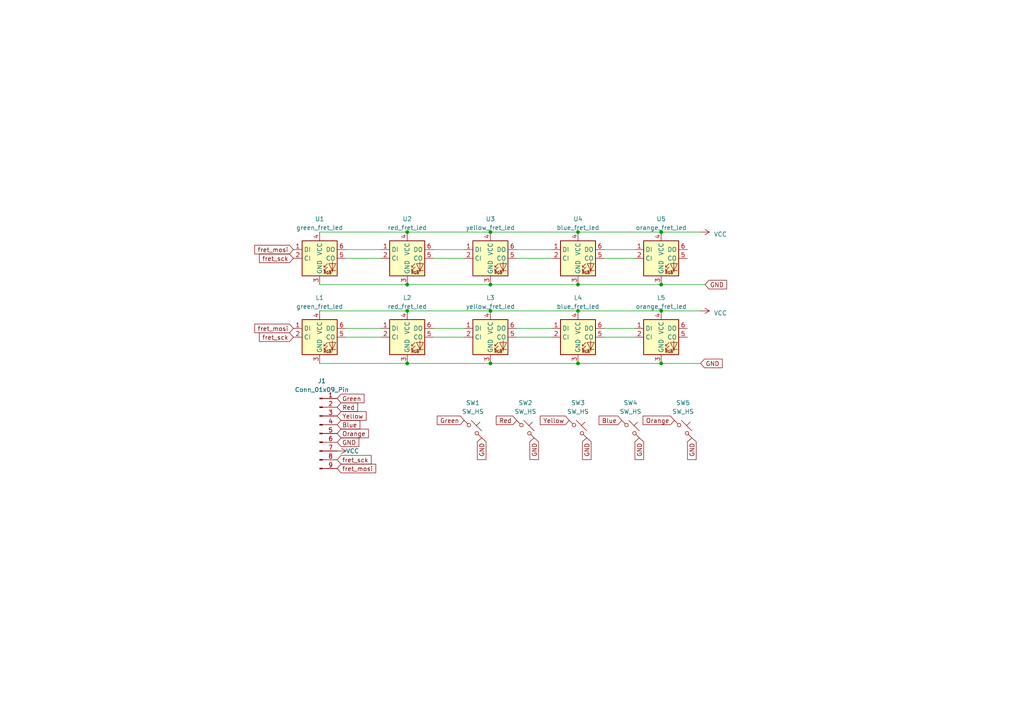
<source format=kicad_sch>
(kicad_sch (version 20230121) (generator eeschema)
  (paper "A4")
  (lib_symbols
    (symbol "Connector:Conn_01x09_Pin" (pin_names (offset 1.016) hide)
      (property "Reference" "J" (at 0 12.7 0))
      (property "Value" "Conn_01x09_Pin" (at 0 -12.7 0))
      (symbol "Conn_01x09_Pin_1_1"
        (polyline (pts (xy 1.27 -10.16) (xy 0.8636 -10.16)) (stroke (width 0.1524)))
        (polyline (pts (xy 1.27 -7.62) (xy 0.8636 -7.62)) (stroke (width 0.1524)))
        (polyline (pts (xy 1.27 -5.08) (xy 0.8636 -5.08)) (stroke (width 0.1524)))
        (polyline (pts (xy 1.27 -2.54) (xy 0.8636 -2.54)) (stroke (width 0.1524)))
        (polyline (pts (xy 1.27 0) (xy 0.8636 0)) (stroke (width 0.1524)))
        (polyline (pts (xy 1.27 2.54) (xy 0.8636 2.54)) (stroke (width 0.1524)))
        (polyline (pts (xy 1.27 5.08) (xy 0.8636 5.08)) (stroke (width 0.1524)))
        (polyline (pts (xy 1.27 7.62) (xy 0.8636 7.62)) (stroke (width 0.1524)))
        (polyline (pts (xy 1.27 10.16) (xy 0.8636 10.16)) (stroke (width 0.1524)))
        (rectangle (start 0.8636 -10.033) (end 0 -10.287) (stroke (width 0.1524)) (fill (type outline)))
        (rectangle (start 0.8636 -7.493) (end 0 -7.747) (stroke (width 0.1524)) (fill (type outline)))
        (rectangle (start 0.8636 -4.953) (end 0 -5.207) (stroke (width 0.1524)) (fill (type outline)))
        (rectangle (start 0.8636 -2.413) (end 0 -2.667) (stroke (width 0.1524)) (fill (type outline)))
        (rectangle (start 0.8636 0.127) (end 0 -0.127) (stroke (width 0.1524)) (fill (type outline)))
        (rectangle (start 0.8636 2.667) (end 0 2.413) (stroke (width 0.1524)) (fill (type outline)))
        (rectangle (start 0.8636 5.207) (end 0 4.953) (stroke (width 0.1524)) (fill (type outline)))
        (rectangle (start 0.8636 7.747) (end 0 7.493) (stroke (width 0.1524)) (fill (type outline)))
        (rectangle (start 0.8636 10.287) (end 0 10.033) (stroke (width 0.1524)) (fill (type outline)))
        (pin passive line (at 5.08 10.16 180) (length 3.81) (name "Pin_1") (number "1"))
        (pin passive line (at 5.08 7.62 180) (length 3.81) (name "Pin_2") (number "2"))
        (pin passive line (at 5.08 5.08 180) (length 3.81) (name "Pin_3") (number "3"))
        (pin passive line (at 5.08 2.54 180) (length 3.81) (name "Pin_4") (number "4"))
        (pin passive line (at 5.08 0 180) (length 3.81) (name "Pin_5") (number "5"))
        (pin passive line (at 5.08 -2.54 180) (length 3.81) (name "Pin_6") (number "6"))
        (pin passive line (at 5.08 -5.08 180) (length 3.81) (name "Pin_7") (number "7"))
        (pin passive line (at 5.08 -7.62 180) (length 3.81) (name "Pin_8") (number "8"))
        (pin passive line (at 5.08 -10.16 180) (length 3.81) (name "Pin_9") (number "9"))
      )
    )
    (symbol "LED:APA102"
      (property "Reference" "D" (at 5.08 5.715 0))
      (property "Value" "APA102" (at 1.27 -5.715 0))
      (symbol "APA102_0_0"
        (text "RGB" (at 2.286 -4.191 0) (effects (font (size 0.762 0.762))))
      )
      (symbol "APA102_0_1"
        (polyline (pts (xy 1.27 -3.556) (xy 1.778 -3.556)))
        (polyline (pts (xy 1.27 -2.54) (xy 1.778 -2.54)))
        (polyline (pts (xy 4.699 -3.556) (xy 2.667 -3.556)))
        (polyline (pts (xy 2.286 -2.54) (xy 1.27 -3.556) (xy 1.27 -3.048)))
        (polyline (pts (xy 2.286 -1.524) (xy 1.27 -2.54) (xy 1.27 -2.032)))
        (polyline (pts (xy 3.683 -1.016) (xy 3.683 -3.556) (xy 3.683 -4.064)))
        (polyline (pts (xy 4.699 -1.524) (xy 2.667 -1.524) (xy 3.683 -3.556) (xy 4.699 -1.524)))
        (rectangle (start 5.08 5.08) (end -5.08 -5.08) (stroke (width 0.254)) (fill (type background)))
      )
      (symbol "APA102_1_1"
        (pin input line (at -7.62 2.54 0) (length 2.54) (name "DI") (number "1"))
        (pin input line (at -7.62 0 0) (length 2.54) (name "CI") (number "2"))
        (pin power_in line (at 0 -7.62 90) (length 2.54) (name "GND") (number "3"))
        (pin power_in line (at 0 7.62 270) (length 2.54) (name "VCC") (number "4"))
        (pin output line (at 7.62 0 180) (length 2.54) (name "CO") (number "5"))
        (pin output line (at 7.62 2.54 180) (length 2.54) (name "DO") (number "6"))
      )
    )
    (symbol "marbastlib-mx:MX_SW_HS" (pin_numbers hide) (pin_names (offset 1.016) hide)
      (property "Reference" "SW" (at 3.048 1.016 0))
      (property "Value" "MX_SW_HS" (at 0 -3.81 0))
      (symbol "MX_SW_HS_0_1"
        (circle (center -1.1684 1.1684) (radius 0.508))
        (polyline (pts (xy -0.508 2.54) (xy 2.54 -0.508)))
        (polyline (pts (xy 1.016 1.016) (xy 2.032 2.032)))
        (polyline (pts (xy -2.54 2.54) (xy -1.524 1.524) (xy -1.524 1.524)))
        (polyline (pts (xy 1.524 -1.524) (xy 2.54 -2.54) (xy 2.54 -2.54) (xy 2.54 -2.54)))
        (circle (center 1.143 -1.1938) (radius 0.508))
        (pin passive line (at -2.54 2.54 0) (length 0) (name "1") (number "1"))
        (pin passive line (at 2.54 -2.54 180) (length 0) (name "2") (number "2"))
      )
    )
    (symbol "power:VCC" (power) (pin_names (offset 0))
      (property "Value" "VCC" (at 0 3.81 0))
      (symbol "VCC_0_1"
        (polyline (pts (xy -0.762 1.27) (xy 0 2.54)))
        (polyline (pts (xy 0 0) (xy 0 2.54)))
        (polyline (pts (xy 0 2.54) (xy 0.762 1.27)))
      )
      (symbol "VCC_1_1"
        (pin power_in line (at 0 0 90) (length 0) hide (name "VCC") (number "1"))
      )
    )
  )
  (junction (at 167.64 90.17))
  (junction (at 118.11 82.55))
  (junction (at 142.24 90.17))
  (junction (at 191.77 90.17))
  (junction (at 191.77 82.55))
  (junction (at 167.64 67.31))
  (junction (at 142.24 105.41))
  (junction (at 191.77 105.41))
  (junction (at 167.64 105.41))
  (junction (at 118.11 105.41))
  (junction (at 142.24 82.55))
  (junction (at 167.64 82.55))
  (junction (at 118.11 90.17))
  (junction (at 142.24 67.31))
  (junction (at 118.11 67.31))
  (junction (at 191.77 67.31))
  (wire (pts (xy 167.64 105.41) (xy 191.77 105.41)))
  (wire (pts (xy 149.86 97.79) (xy 160.02 97.79)))
  (wire (pts (xy 125.73 97.79) (xy 134.62 97.79)))
  (wire (pts (xy 100.33 97.79) (xy 110.49 97.79)))
  (wire (pts (xy 92.71 105.41) (xy 118.11 105.41)))
  (wire (pts (xy 191.77 90.17) (xy 203.2 90.17)))
  (wire (pts (xy 175.26 97.79) (xy 184.15 97.79)))
  (wire (pts (xy 191.77 105.41) (xy 203.2 105.41)))
  (wire (pts (xy 92.71 67.31) (xy 118.11 67.31)))
  (wire (pts (xy 149.86 95.25) (xy 160.02 95.25)))
  (wire (pts (xy 175.26 72.39) (xy 184.15 72.39)))
  (wire (pts (xy 191.77 82.55) (xy 204.47 82.55)))
  (wire (pts (xy 118.11 67.31) (xy 142.24 67.31)))
  (wire (pts (xy 125.73 74.93) (xy 134.62 74.93)))
  (wire (pts (xy 142.24 67.31) (xy 167.64 67.31)))
  (wire (pts (xy 175.26 74.93) (xy 184.15 74.93)))
  (wire (pts (xy 100.33 72.39) (xy 110.49 72.39)))
  (wire (pts (xy 167.64 82.55) (xy 191.77 82.55)))
  (wire (pts (xy 92.71 82.55) (xy 118.11 82.55)))
  (wire (pts (xy 118.11 82.55) (xy 142.24 82.55)))
  (wire (pts (xy 149.86 74.93) (xy 160.02 74.93)))
  (wire (pts (xy 191.77 67.31) (xy 203.2 67.31)))
  (wire (pts (xy 142.24 82.55) (xy 167.64 82.55)))
  (wire (pts (xy 92.71 90.17) (xy 118.11 90.17)))
  (wire (pts (xy 175.26 95.25) (xy 184.15 95.25)))
  (wire (pts (xy 149.86 72.39) (xy 160.02 72.39)))
  (wire (pts (xy 167.64 67.31) (xy 191.77 67.31)))
  (wire (pts (xy 142.24 90.17) (xy 167.64 90.17)))
  (wire (pts (xy 167.64 90.17) (xy 191.77 90.17)))
  (wire (pts (xy 100.33 95.25) (xy 110.49 95.25)))
  (wire (pts (xy 142.24 105.41) (xy 167.64 105.41)))
  (wire (pts (xy 125.73 72.39) (xy 134.62 72.39)))
  (wire (pts (xy 118.11 90.17) (xy 142.24 90.17)))
  (wire (pts (xy 125.73 95.25) (xy 134.62 95.25)))
  (wire (pts (xy 100.33 74.93) (xy 110.49 74.93)))
  (wire (pts (xy 118.11 105.41) (xy 142.24 105.41)))
  (global_label "GND" (shape input) (at 185.42 127 270) (property "Intersheetrefs" "${INTERSHEET_REFS}" (effects hide)))
  (global_label "fret_sck" (shape input) (at 97.79 133.35 0) (property "Intersheetrefs" "${INTERSHEET_REFS}" (effects hide)))
  (global_label "fret_sck" (shape input) (at 85.09 74.93 180) (property "Intersheetrefs" "${INTERSHEET_REFS}" (effects hide)))
  (global_label "Red" (shape input) (at 97.79 118.11 0) (property "Intersheetrefs" "${INTERSHEET_REFS}" (effects hide)))
  (global_label "fret_mosi" (shape input) (at 85.09 95.25 180) (property "Intersheetrefs" "${INTERSHEET_REFS}" (effects hide)))
  (global_label "fret_sck" (shape input) (at 85.09 97.79 180) (property "Intersheetrefs" "${INTERSHEET_REFS}" (effects hide)))
  (global_label "GND" (shape input) (at 203.2 105.41 0) (property "Intersheetrefs" "${INTERSHEET_REFS}" (effects hide)))
  (global_label "Yellow" (shape input) (at 165.1 121.92 180) (property "Intersheetrefs" "${INTERSHEET_REFS}" (effects hide)))
  (global_label "GND" (shape input) (at 170.18 127 270) (property "Intersheetrefs" "${INTERSHEET_REFS}" (effects hide)))
  (global_label "Yellow" (shape input) (at 97.79 120.65 0) (property "Intersheetrefs" "${INTERSHEET_REFS}" (effects hide)))
  (global_label "GND" (shape input) (at 200.66 127 270) (property "Intersheetrefs" "${INTERSHEET_REFS}" (effects hide)))
  (global_label "Orange" (shape input) (at 97.79 125.73 0) (property "Intersheetrefs" "${INTERSHEET_REFS}" (effects hide)))
  (global_label "Red" (shape input) (at 149.86 121.92 180) (property "Intersheetrefs" "${INTERSHEET_REFS}" (effects hide)))
  (global_label "fret_mosi" (shape input) (at 97.79 135.89 0) (property "Intersheetrefs" "${INTERSHEET_REFS}" (effects hide)))
  (global_label "Blue" (shape input) (at 180.34 121.92 180) (property "Intersheetrefs" "${INTERSHEET_REFS}" (effects hide)))
  (global_label "GND" (shape input) (at 204.47 82.55 0) (property "Intersheetrefs" "${INTERSHEET_REFS}" (effects hide)))
  (global_label "Orange" (shape input) (at 195.58 121.92 180) (property "Intersheetrefs" "${INTERSHEET_REFS}" (effects hide)))
  (global_label "Green" (shape input) (at 134.62 121.92 180) (property "Intersheetrefs" "${INTERSHEET_REFS}" (effects hide)))
  (global_label "Blue" (shape input) (at 97.79 123.19 0) (property "Intersheetrefs" "${INTERSHEET_REFS}" (effects hide)))
  (global_label "GND" (shape input) (at 154.94 127 270) (property "Intersheetrefs" "${INTERSHEET_REFS}" (effects hide)))
  (global_label "fret_mosi" (shape input) (at 85.09 72.39 180) (property "Intersheetrefs" "${INTERSHEET_REFS}" (effects hide)))
  (global_label "Green" (shape input) (at 97.79 115.57 0) (property "Intersheetrefs" "${INTERSHEET_REFS}" (effects hide)))
  (global_label "GND" (shape input) (at 139.7 127 270) (property "Intersheetrefs" "${INTERSHEET_REFS}" (effects hide)))
  (global_label "GND" (shape input) (at 97.79 128.27 0) (property "Intersheetrefs" "${INTERSHEET_REFS}" (effects hide)))
  (symbol (lib_id "marbastlib-mx:MX_SW_HS") (at 152.4 124.46 0) (unit 1)
    (property "Reference" "SW2" (at 152.4 116.84 0))
    (property "Value" "SW_HS" (at 152.4 119.38 0))
    (property "Footprint" "Minibar:Kailh_Hotswap_MX" (effects hide))
  )
  (symbol (lib_id "LED:APA102") (at 142.24 97.79 0) (unit 1)
    (property "Reference" "L3" (at 142.24 86.36 0))
    (property "Value" "yellow_fret_led" (at 142.24 88.9 0))
    (property "Footprint" "LED_SMD:LED_RGB_5050-6" (effects hide))
    (property "Datasheet" "http://www.led-color.com/upload/201506/APA102%20LED.pdf" (effects hide))
  )
  (symbol (lib_id "power:VCC") (at 97.79 130.81 270) (unit 1)
    (property "Reference" "#PWR03" (effects hide))
    (property "Value" "VCC" (at 100.33 130.81 90) (effects (justify left)))
  )
  (symbol (lib_id "LED:APA102") (at 118.11 97.79 0) (unit 1)
    (property "Reference" "L2" (at 118.11 86.36 0))
    (property "Value" "red_fret_led" (at 118.11 88.9 0))
    (property "Footprint" "LED_SMD:LED_RGB_5050-6" (effects hide))
    (property "Datasheet" "http://www.led-color.com/upload/201506/APA102%20LED.pdf" (effects hide))
  )
  (symbol (lib_id "marbastlib-mx:MX_SW_HS") (at 198.12 124.46 0) (unit 1)
    (property "Reference" "SW5" (at 198.12 116.84 0))
    (property "Value" "SW_HS" (at 198.12 119.38 0))
    (property "Footprint" "Minibar:Kailh_Hotswap_MX" (effects hide))
  )
  (symbol (lib_id "marbastlib-mx:MX_SW_HS") (at 182.88 124.46 0) (unit 1)
    (property "Reference" "SW4" (at 182.88 116.84 0))
    (property "Value" "SW_HS" (at 182.88 119.38 0))
    (property "Footprint" "Minibar:Kailh_Hotswap_MX" (effects hide))
  )
  (symbol (lib_id "LED:APA102") (at 118.11 74.93 0) (unit 1)
    (property "Reference" "U2" (at 118.11 63.5 0))
    (property "Value" "red_fret_led" (at 118.11 66.04 0))
    (property "Footprint" "LED_SMD:LED_RGB_5050-6" (effects hide))
    (property "Datasheet" "http://www.led-color.com/upload/201506/APA102%20LED.pdf" (effects hide))
  )
  (symbol (lib_id "LED:APA102") (at 167.64 97.79 0) (unit 1)
    (property "Reference" "L4" (at 167.64 86.36 0))
    (property "Value" "blue_fret_led" (at 167.64 88.9 0))
    (property "Footprint" "LED_SMD:LED_RGB_5050-6" (effects hide))
    (property "Datasheet" "http://www.led-color.com/upload/201506/APA102%20LED.pdf" (effects hide))
  )
  (symbol (lib_id "LED:APA102") (at 142.24 74.93 0) (unit 1)
    (property "Reference" "U3" (at 142.24 63.5 0))
    (property "Value" "yellow_fret_led" (at 142.24 66.04 0))
    (property "Footprint" "LED_SMD:LED_RGB_5050-6" (effects hide))
    (property "Datasheet" "http://www.led-color.com/upload/201506/APA102%20LED.pdf" (effects hide))
  )
  (symbol (lib_id "LED:APA102") (at 167.64 74.93 0) (unit 1)
    (property "Reference" "U4" (at 167.64 63.5 0))
    (property "Value" "blue_fret_led" (at 167.64 66.04 0))
    (property "Footprint" "LED_SMD:LED_RGB_5050-6" (effects hide))
    (property "Datasheet" "http://www.led-color.com/upload/201506/APA102%20LED.pdf" (effects hide))
  )
  (symbol (lib_id "power:VCC") (at 203.2 67.31 270) (unit 1)
    (property "Reference" "#PWR02" (effects hide))
    (property "Value" "VCC" (at 207.01 67.945 90) (effects (justify left)))
  )
  (symbol (lib_id "marbastlib-mx:MX_SW_HS") (at 137.16 124.46 0) (unit 1)
    (property "Reference" "SW1" (at 137.16 116.84 0))
    (property "Value" "SW_HS" (at 137.16 119.38 0))
    (property "Footprint" "Minibar:Kailh_Hotswap_MX" (effects hide))
  )
  (symbol (lib_id "LED:APA102") (at 92.71 74.93 0) (unit 1)
    (property "Reference" "U1" (at 92.71 63.5 0))
    (property "Value" "green_fret_led" (at 92.71 66.04 0))
    (property "Footprint" "LED_SMD:LED_RGB_5050-6" (effects hide))
    (property "Datasheet" "http://www.led-color.com/upload/201506/APA102%20LED.pdf" (effects hide))
  )
  (symbol (lib_id "marbastlib-mx:MX_SW_HS") (at 167.64 124.46 0) (unit 1)
    (property "Reference" "SW3" (at 167.64 116.84 0))
    (property "Value" "SW_HS" (at 167.64 119.38 0))
    (property "Footprint" "Minibar:Kailh_Hotswap_MX" (effects hide))
  )
  (symbol (lib_id "LED:APA102") (at 191.77 74.93 0) (unit 1)
    (property "Reference" "U5" (at 191.77 63.5 0))
    (property "Value" "orange_fret_led" (at 191.77 66.04 0))
    (property "Footprint" "LED_SMD:LED_RGB_5050-6" (effects hide))
    (property "Datasheet" "http://www.led-color.com/upload/201506/APA102%20LED.pdf" (effects hide))
  )
  (symbol (lib_id "power:VCC") (at 203.2 90.17 270) (unit 1)
    (property "Reference" "#PWR01" (effects hide))
    (property "Value" "VCC" (at 207.01 90.805 90) (effects (justify left)))
  )
  (symbol (lib_id "Connector:Conn_01x09_Pin") (at 92.71 125.73 0) (unit 1)
    (property "Reference" "J1" (at 93.345 110.49 0))
    (property "Value" "Conn_01x09_Pin" (at 93.345 113.03 0))
    (property "Footprint" "Connector_PinHeader_2.54mm:PinHeader_1x09_P2.54mm_Vertical" (effects hide))
  )
  (symbol (lib_id "LED:APA102") (at 92.71 97.79 0) (unit 1)
    (property "Reference" "L1" (at 92.71 86.36 0))
    (property "Value" "green_fret_led" (at 92.71 88.9 0))
    (property "Footprint" "LED_SMD:LED_RGB_5050-6" (effects hide))
    (property "Datasheet" "http://www.led-color.com/upload/201506/APA102%20LED.pdf" (effects hide))
  )
  (symbol (lib_id "LED:APA102") (at 191.77 97.79 0) (unit 1)
    (property "Reference" "L5" (at 191.77 86.36 0))
    (property "Value" "orange_fret_led" (at 191.77 88.9 0))
    (property "Footprint" "LED_SMD:LED_RGB_5050-6" (effects hide))
    (property "Datasheet" "http://www.led-color.com/upload/201506/APA102%20LED.pdf" (effects hide))
  )
)
</source>
